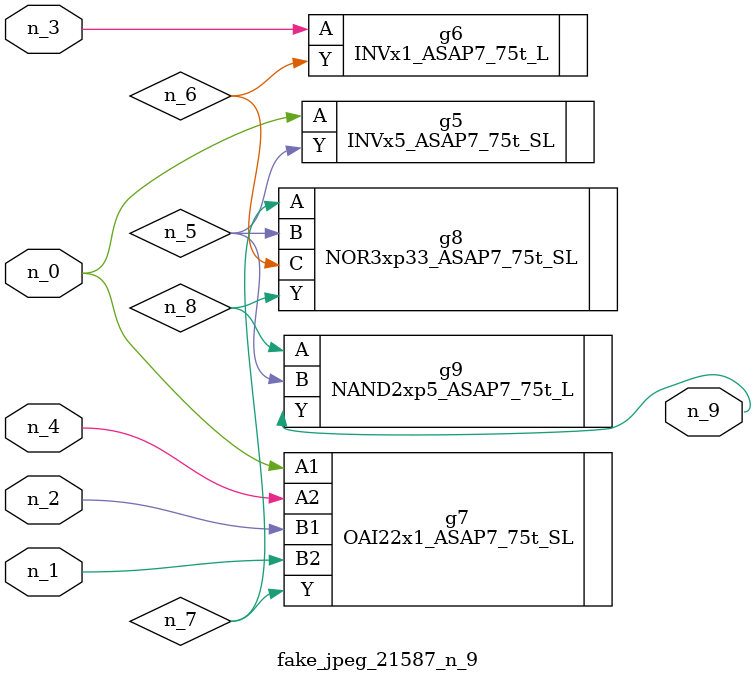
<source format=v>
module fake_jpeg_21587_n_9 (n_3, n_2, n_1, n_0, n_4, n_9);

input n_3;
input n_2;
input n_1;
input n_0;
input n_4;

output n_9;

wire n_8;
wire n_6;
wire n_5;
wire n_7;

INVx5_ASAP7_75t_SL g5 ( 
.A(n_0),
.Y(n_5)
);

INVx1_ASAP7_75t_L g6 ( 
.A(n_3),
.Y(n_6)
);

OAI22x1_ASAP7_75t_SL g7 ( 
.A1(n_0),
.A2(n_4),
.B1(n_2),
.B2(n_1),
.Y(n_7)
);

NOR3xp33_ASAP7_75t_SL g8 ( 
.A(n_7),
.B(n_5),
.C(n_6),
.Y(n_8)
);

NAND2xp5_ASAP7_75t_L g9 ( 
.A(n_8),
.B(n_5),
.Y(n_9)
);


endmodule
</source>
